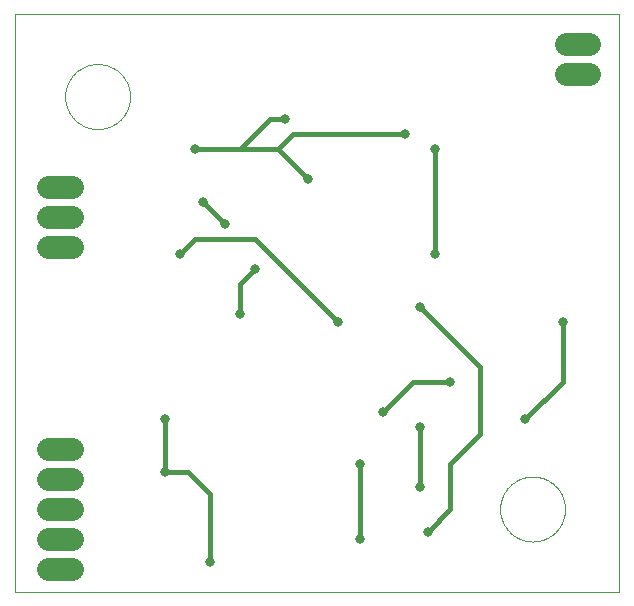
<source format=gbl>
G75*
%MOIN*%
%OFA0B0*%
%FSLAX25Y25*%
%IPPOS*%
%LPD*%
%AMOC8*
5,1,8,0,0,1.08239X$1,22.5*
%
%ADD10C,0.00000*%
%ADD11C,0.07800*%
%ADD12C,0.03169*%
%ADD13C,0.01600*%
D10*
X0001250Y0001250D02*
X0001250Y0193711D01*
X0202451Y0193711D01*
X0202451Y0001250D01*
X0001250Y0001250D01*
X0017923Y0166250D02*
X0017926Y0166516D01*
X0017936Y0166781D01*
X0017952Y0167046D01*
X0017975Y0167311D01*
X0018004Y0167575D01*
X0018040Y0167839D01*
X0018082Y0168101D01*
X0018131Y0168362D01*
X0018186Y0168622D01*
X0018247Y0168881D01*
X0018315Y0169138D01*
X0018389Y0169393D01*
X0018469Y0169646D01*
X0018556Y0169898D01*
X0018648Y0170147D01*
X0018747Y0170393D01*
X0018852Y0170638D01*
X0018963Y0170879D01*
X0019079Y0171118D01*
X0019201Y0171354D01*
X0019330Y0171587D01*
X0019463Y0171816D01*
X0019603Y0172042D01*
X0019748Y0172265D01*
X0019898Y0172484D01*
X0020054Y0172700D01*
X0020215Y0172911D01*
X0020381Y0173119D01*
X0020552Y0173322D01*
X0020728Y0173521D01*
X0020909Y0173716D01*
X0021094Y0173906D01*
X0021284Y0174091D01*
X0021479Y0174272D01*
X0021678Y0174448D01*
X0021881Y0174619D01*
X0022089Y0174785D01*
X0022300Y0174946D01*
X0022516Y0175102D01*
X0022735Y0175252D01*
X0022958Y0175397D01*
X0023184Y0175537D01*
X0023413Y0175670D01*
X0023646Y0175799D01*
X0023882Y0175921D01*
X0024121Y0176037D01*
X0024362Y0176148D01*
X0024607Y0176253D01*
X0024853Y0176352D01*
X0025102Y0176444D01*
X0025354Y0176531D01*
X0025607Y0176611D01*
X0025862Y0176685D01*
X0026119Y0176753D01*
X0026378Y0176814D01*
X0026638Y0176869D01*
X0026899Y0176918D01*
X0027161Y0176960D01*
X0027425Y0176996D01*
X0027689Y0177025D01*
X0027954Y0177048D01*
X0028219Y0177064D01*
X0028484Y0177074D01*
X0028750Y0177077D01*
X0029016Y0177074D01*
X0029281Y0177064D01*
X0029546Y0177048D01*
X0029811Y0177025D01*
X0030075Y0176996D01*
X0030339Y0176960D01*
X0030601Y0176918D01*
X0030862Y0176869D01*
X0031122Y0176814D01*
X0031381Y0176753D01*
X0031638Y0176685D01*
X0031893Y0176611D01*
X0032146Y0176531D01*
X0032398Y0176444D01*
X0032647Y0176352D01*
X0032893Y0176253D01*
X0033138Y0176148D01*
X0033379Y0176037D01*
X0033618Y0175921D01*
X0033854Y0175799D01*
X0034087Y0175670D01*
X0034316Y0175537D01*
X0034542Y0175397D01*
X0034765Y0175252D01*
X0034984Y0175102D01*
X0035200Y0174946D01*
X0035411Y0174785D01*
X0035619Y0174619D01*
X0035822Y0174448D01*
X0036021Y0174272D01*
X0036216Y0174091D01*
X0036406Y0173906D01*
X0036591Y0173716D01*
X0036772Y0173521D01*
X0036948Y0173322D01*
X0037119Y0173119D01*
X0037285Y0172911D01*
X0037446Y0172700D01*
X0037602Y0172484D01*
X0037752Y0172265D01*
X0037897Y0172042D01*
X0038037Y0171816D01*
X0038170Y0171587D01*
X0038299Y0171354D01*
X0038421Y0171118D01*
X0038537Y0170879D01*
X0038648Y0170638D01*
X0038753Y0170393D01*
X0038852Y0170147D01*
X0038944Y0169898D01*
X0039031Y0169646D01*
X0039111Y0169393D01*
X0039185Y0169138D01*
X0039253Y0168881D01*
X0039314Y0168622D01*
X0039369Y0168362D01*
X0039418Y0168101D01*
X0039460Y0167839D01*
X0039496Y0167575D01*
X0039525Y0167311D01*
X0039548Y0167046D01*
X0039564Y0166781D01*
X0039574Y0166516D01*
X0039577Y0166250D01*
X0039574Y0165984D01*
X0039564Y0165719D01*
X0039548Y0165454D01*
X0039525Y0165189D01*
X0039496Y0164925D01*
X0039460Y0164661D01*
X0039418Y0164399D01*
X0039369Y0164138D01*
X0039314Y0163878D01*
X0039253Y0163619D01*
X0039185Y0163362D01*
X0039111Y0163107D01*
X0039031Y0162854D01*
X0038944Y0162602D01*
X0038852Y0162353D01*
X0038753Y0162107D01*
X0038648Y0161862D01*
X0038537Y0161621D01*
X0038421Y0161382D01*
X0038299Y0161146D01*
X0038170Y0160913D01*
X0038037Y0160684D01*
X0037897Y0160458D01*
X0037752Y0160235D01*
X0037602Y0160016D01*
X0037446Y0159800D01*
X0037285Y0159589D01*
X0037119Y0159381D01*
X0036948Y0159178D01*
X0036772Y0158979D01*
X0036591Y0158784D01*
X0036406Y0158594D01*
X0036216Y0158409D01*
X0036021Y0158228D01*
X0035822Y0158052D01*
X0035619Y0157881D01*
X0035411Y0157715D01*
X0035200Y0157554D01*
X0034984Y0157398D01*
X0034765Y0157248D01*
X0034542Y0157103D01*
X0034316Y0156963D01*
X0034087Y0156830D01*
X0033854Y0156701D01*
X0033618Y0156579D01*
X0033379Y0156463D01*
X0033138Y0156352D01*
X0032893Y0156247D01*
X0032647Y0156148D01*
X0032398Y0156056D01*
X0032146Y0155969D01*
X0031893Y0155889D01*
X0031638Y0155815D01*
X0031381Y0155747D01*
X0031122Y0155686D01*
X0030862Y0155631D01*
X0030601Y0155582D01*
X0030339Y0155540D01*
X0030075Y0155504D01*
X0029811Y0155475D01*
X0029546Y0155452D01*
X0029281Y0155436D01*
X0029016Y0155426D01*
X0028750Y0155423D01*
X0028484Y0155426D01*
X0028219Y0155436D01*
X0027954Y0155452D01*
X0027689Y0155475D01*
X0027425Y0155504D01*
X0027161Y0155540D01*
X0026899Y0155582D01*
X0026638Y0155631D01*
X0026378Y0155686D01*
X0026119Y0155747D01*
X0025862Y0155815D01*
X0025607Y0155889D01*
X0025354Y0155969D01*
X0025102Y0156056D01*
X0024853Y0156148D01*
X0024607Y0156247D01*
X0024362Y0156352D01*
X0024121Y0156463D01*
X0023882Y0156579D01*
X0023646Y0156701D01*
X0023413Y0156830D01*
X0023184Y0156963D01*
X0022958Y0157103D01*
X0022735Y0157248D01*
X0022516Y0157398D01*
X0022300Y0157554D01*
X0022089Y0157715D01*
X0021881Y0157881D01*
X0021678Y0158052D01*
X0021479Y0158228D01*
X0021284Y0158409D01*
X0021094Y0158594D01*
X0020909Y0158784D01*
X0020728Y0158979D01*
X0020552Y0159178D01*
X0020381Y0159381D01*
X0020215Y0159589D01*
X0020054Y0159800D01*
X0019898Y0160016D01*
X0019748Y0160235D01*
X0019603Y0160458D01*
X0019463Y0160684D01*
X0019330Y0160913D01*
X0019201Y0161146D01*
X0019079Y0161382D01*
X0018963Y0161621D01*
X0018852Y0161862D01*
X0018747Y0162107D01*
X0018648Y0162353D01*
X0018556Y0162602D01*
X0018469Y0162854D01*
X0018389Y0163107D01*
X0018315Y0163362D01*
X0018247Y0163619D01*
X0018186Y0163878D01*
X0018131Y0164138D01*
X0018082Y0164399D01*
X0018040Y0164661D01*
X0018004Y0164925D01*
X0017975Y0165189D01*
X0017952Y0165454D01*
X0017936Y0165719D01*
X0017926Y0165984D01*
X0017923Y0166250D01*
X0162923Y0028750D02*
X0162926Y0029016D01*
X0162936Y0029281D01*
X0162952Y0029546D01*
X0162975Y0029811D01*
X0163004Y0030075D01*
X0163040Y0030339D01*
X0163082Y0030601D01*
X0163131Y0030862D01*
X0163186Y0031122D01*
X0163247Y0031381D01*
X0163315Y0031638D01*
X0163389Y0031893D01*
X0163469Y0032146D01*
X0163556Y0032398D01*
X0163648Y0032647D01*
X0163747Y0032893D01*
X0163852Y0033138D01*
X0163963Y0033379D01*
X0164079Y0033618D01*
X0164201Y0033854D01*
X0164330Y0034087D01*
X0164463Y0034316D01*
X0164603Y0034542D01*
X0164748Y0034765D01*
X0164898Y0034984D01*
X0165054Y0035200D01*
X0165215Y0035411D01*
X0165381Y0035619D01*
X0165552Y0035822D01*
X0165728Y0036021D01*
X0165909Y0036216D01*
X0166094Y0036406D01*
X0166284Y0036591D01*
X0166479Y0036772D01*
X0166678Y0036948D01*
X0166881Y0037119D01*
X0167089Y0037285D01*
X0167300Y0037446D01*
X0167516Y0037602D01*
X0167735Y0037752D01*
X0167958Y0037897D01*
X0168184Y0038037D01*
X0168413Y0038170D01*
X0168646Y0038299D01*
X0168882Y0038421D01*
X0169121Y0038537D01*
X0169362Y0038648D01*
X0169607Y0038753D01*
X0169853Y0038852D01*
X0170102Y0038944D01*
X0170354Y0039031D01*
X0170607Y0039111D01*
X0170862Y0039185D01*
X0171119Y0039253D01*
X0171378Y0039314D01*
X0171638Y0039369D01*
X0171899Y0039418D01*
X0172161Y0039460D01*
X0172425Y0039496D01*
X0172689Y0039525D01*
X0172954Y0039548D01*
X0173219Y0039564D01*
X0173484Y0039574D01*
X0173750Y0039577D01*
X0174016Y0039574D01*
X0174281Y0039564D01*
X0174546Y0039548D01*
X0174811Y0039525D01*
X0175075Y0039496D01*
X0175339Y0039460D01*
X0175601Y0039418D01*
X0175862Y0039369D01*
X0176122Y0039314D01*
X0176381Y0039253D01*
X0176638Y0039185D01*
X0176893Y0039111D01*
X0177146Y0039031D01*
X0177398Y0038944D01*
X0177647Y0038852D01*
X0177893Y0038753D01*
X0178138Y0038648D01*
X0178379Y0038537D01*
X0178618Y0038421D01*
X0178854Y0038299D01*
X0179087Y0038170D01*
X0179316Y0038037D01*
X0179542Y0037897D01*
X0179765Y0037752D01*
X0179984Y0037602D01*
X0180200Y0037446D01*
X0180411Y0037285D01*
X0180619Y0037119D01*
X0180822Y0036948D01*
X0181021Y0036772D01*
X0181216Y0036591D01*
X0181406Y0036406D01*
X0181591Y0036216D01*
X0181772Y0036021D01*
X0181948Y0035822D01*
X0182119Y0035619D01*
X0182285Y0035411D01*
X0182446Y0035200D01*
X0182602Y0034984D01*
X0182752Y0034765D01*
X0182897Y0034542D01*
X0183037Y0034316D01*
X0183170Y0034087D01*
X0183299Y0033854D01*
X0183421Y0033618D01*
X0183537Y0033379D01*
X0183648Y0033138D01*
X0183753Y0032893D01*
X0183852Y0032647D01*
X0183944Y0032398D01*
X0184031Y0032146D01*
X0184111Y0031893D01*
X0184185Y0031638D01*
X0184253Y0031381D01*
X0184314Y0031122D01*
X0184369Y0030862D01*
X0184418Y0030601D01*
X0184460Y0030339D01*
X0184496Y0030075D01*
X0184525Y0029811D01*
X0184548Y0029546D01*
X0184564Y0029281D01*
X0184574Y0029016D01*
X0184577Y0028750D01*
X0184574Y0028484D01*
X0184564Y0028219D01*
X0184548Y0027954D01*
X0184525Y0027689D01*
X0184496Y0027425D01*
X0184460Y0027161D01*
X0184418Y0026899D01*
X0184369Y0026638D01*
X0184314Y0026378D01*
X0184253Y0026119D01*
X0184185Y0025862D01*
X0184111Y0025607D01*
X0184031Y0025354D01*
X0183944Y0025102D01*
X0183852Y0024853D01*
X0183753Y0024607D01*
X0183648Y0024362D01*
X0183537Y0024121D01*
X0183421Y0023882D01*
X0183299Y0023646D01*
X0183170Y0023413D01*
X0183037Y0023184D01*
X0182897Y0022958D01*
X0182752Y0022735D01*
X0182602Y0022516D01*
X0182446Y0022300D01*
X0182285Y0022089D01*
X0182119Y0021881D01*
X0181948Y0021678D01*
X0181772Y0021479D01*
X0181591Y0021284D01*
X0181406Y0021094D01*
X0181216Y0020909D01*
X0181021Y0020728D01*
X0180822Y0020552D01*
X0180619Y0020381D01*
X0180411Y0020215D01*
X0180200Y0020054D01*
X0179984Y0019898D01*
X0179765Y0019748D01*
X0179542Y0019603D01*
X0179316Y0019463D01*
X0179087Y0019330D01*
X0178854Y0019201D01*
X0178618Y0019079D01*
X0178379Y0018963D01*
X0178138Y0018852D01*
X0177893Y0018747D01*
X0177647Y0018648D01*
X0177398Y0018556D01*
X0177146Y0018469D01*
X0176893Y0018389D01*
X0176638Y0018315D01*
X0176381Y0018247D01*
X0176122Y0018186D01*
X0175862Y0018131D01*
X0175601Y0018082D01*
X0175339Y0018040D01*
X0175075Y0018004D01*
X0174811Y0017975D01*
X0174546Y0017952D01*
X0174281Y0017936D01*
X0174016Y0017926D01*
X0173750Y0017923D01*
X0173484Y0017926D01*
X0173219Y0017936D01*
X0172954Y0017952D01*
X0172689Y0017975D01*
X0172425Y0018004D01*
X0172161Y0018040D01*
X0171899Y0018082D01*
X0171638Y0018131D01*
X0171378Y0018186D01*
X0171119Y0018247D01*
X0170862Y0018315D01*
X0170607Y0018389D01*
X0170354Y0018469D01*
X0170102Y0018556D01*
X0169853Y0018648D01*
X0169607Y0018747D01*
X0169362Y0018852D01*
X0169121Y0018963D01*
X0168882Y0019079D01*
X0168646Y0019201D01*
X0168413Y0019330D01*
X0168184Y0019463D01*
X0167958Y0019603D01*
X0167735Y0019748D01*
X0167516Y0019898D01*
X0167300Y0020054D01*
X0167089Y0020215D01*
X0166881Y0020381D01*
X0166678Y0020552D01*
X0166479Y0020728D01*
X0166284Y0020909D01*
X0166094Y0021094D01*
X0165909Y0021284D01*
X0165728Y0021479D01*
X0165552Y0021678D01*
X0165381Y0021881D01*
X0165215Y0022089D01*
X0165054Y0022300D01*
X0164898Y0022516D01*
X0164748Y0022735D01*
X0164603Y0022958D01*
X0164463Y0023184D01*
X0164330Y0023413D01*
X0164201Y0023646D01*
X0164079Y0023882D01*
X0163963Y0024121D01*
X0163852Y0024362D01*
X0163747Y0024607D01*
X0163648Y0024853D01*
X0163556Y0025102D01*
X0163469Y0025354D01*
X0163389Y0025607D01*
X0163315Y0025862D01*
X0163247Y0026119D01*
X0163186Y0026378D01*
X0163131Y0026638D01*
X0163082Y0026899D01*
X0163040Y0027161D01*
X0163004Y0027425D01*
X0162975Y0027689D01*
X0162952Y0027954D01*
X0162936Y0028219D01*
X0162926Y0028484D01*
X0162923Y0028750D01*
D11*
X0020150Y0028750D02*
X0012350Y0028750D01*
X0012350Y0018750D02*
X0020150Y0018750D01*
X0020150Y0008750D02*
X0012350Y0008750D01*
X0012350Y0038750D02*
X0020150Y0038750D01*
X0020150Y0048750D02*
X0012350Y0048750D01*
X0012350Y0116250D02*
X0020150Y0116250D01*
X0020150Y0126250D02*
X0012350Y0126250D01*
X0012350Y0136250D02*
X0020150Y0136250D01*
X0184850Y0173750D02*
X0192650Y0173750D01*
X0192650Y0183750D02*
X0184850Y0183750D01*
D12*
X0141250Y0148750D03*
X0131250Y0153750D03*
X0098750Y0138750D03*
X0091250Y0158750D03*
X0063750Y0131250D03*
X0071250Y0123750D03*
X0081250Y0108750D03*
X0076250Y0093750D03*
X0056250Y0113750D03*
X0061250Y0148750D03*
X0108750Y0091250D03*
X0136250Y0096250D03*
X0141250Y0113750D03*
X0183750Y0091250D03*
X0171250Y0058750D03*
X0146250Y0071250D03*
X0136250Y0056250D03*
X0123750Y0061250D03*
X0116250Y0043750D03*
X0136250Y0036250D03*
X0138750Y0021250D03*
X0116250Y0018750D03*
X0066250Y0011250D03*
X0051250Y0041250D03*
X0051250Y0058750D03*
D13*
X0051250Y0041250D01*
X0058750Y0041250D01*
X0066250Y0033750D01*
X0066250Y0011250D01*
X0116250Y0018750D02*
X0116250Y0043750D01*
X0123750Y0061250D02*
X0133750Y0071250D01*
X0146250Y0071250D01*
X0156250Y0076250D02*
X0136250Y0096250D01*
X0141250Y0113750D02*
X0141250Y0148750D01*
X0131250Y0153750D02*
X0093750Y0153750D01*
X0088750Y0148750D01*
X0098750Y0138750D01*
X0088750Y0148750D02*
X0076250Y0148750D01*
X0086250Y0158750D01*
X0091250Y0158750D01*
X0076250Y0148750D02*
X0061250Y0148750D01*
X0063750Y0131250D02*
X0071250Y0123750D01*
X0081250Y0118750D02*
X0061250Y0118750D01*
X0056250Y0113750D01*
X0076250Y0103750D02*
X0076250Y0093750D01*
X0076250Y0103750D02*
X0081250Y0108750D01*
X0081250Y0118750D02*
X0108750Y0091250D01*
X0136250Y0056250D02*
X0136250Y0036250D01*
X0146250Y0028750D02*
X0146250Y0043750D01*
X0156250Y0053750D01*
X0156250Y0076250D01*
X0171250Y0058750D02*
X0183750Y0071250D01*
X0183750Y0091250D01*
X0146250Y0028750D02*
X0138750Y0021250D01*
M02*

</source>
